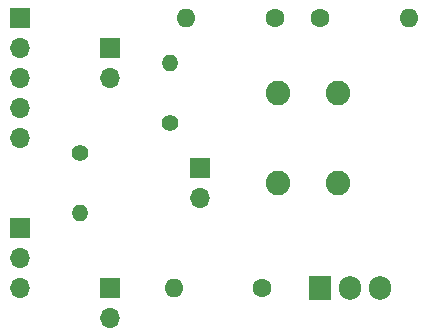
<source format=gbr>
%TF.GenerationSoftware,KiCad,Pcbnew,(6.0.4-0)*%
%TF.CreationDate,2022-05-15T14:18:18+03:00*%
%TF.ProjectId,Untitled,556e7469-746c-4656-942e-6b696361645f,rev?*%
%TF.SameCoordinates,Original*%
%TF.FileFunction,Soldermask,Bot*%
%TF.FilePolarity,Negative*%
%FSLAX46Y46*%
G04 Gerber Fmt 4.6, Leading zero omitted, Abs format (unit mm)*
G04 Created by KiCad (PCBNEW (6.0.4-0)) date 2022-05-15 14:18:18*
%MOMM*%
%LPD*%
G01*
G04 APERTURE LIST*
%ADD10C,1.600000*%
%ADD11O,1.600000X1.600000*%
%ADD12R,1.905000X2.000000*%
%ADD13O,1.905000X2.000000*%
%ADD14C,1.400000*%
%ADD15O,1.400000X1.400000*%
%ADD16R,1.700000X1.700000*%
%ADD17O,1.700000X1.700000*%
%ADD18C,2.082800*%
G04 APERTURE END LIST*
D10*
%TO.C,C1*%
X111930000Y-76200000D03*
D11*
X104430000Y-76200000D03*
%TD*%
D12*
%TO.C,Q1*%
X116840000Y-76200000D03*
D13*
X119380000Y-76200000D03*
X121920000Y-76200000D03*
%TD*%
D14*
%TO.C,R2*%
X104140000Y-62230000D03*
D15*
X104140000Y-57150000D03*
%TD*%
D14*
%TO.C,R1*%
X96520000Y-64770000D03*
D15*
X96520000Y-69850000D03*
%TD*%
D16*
%TO.C,J5*%
X99060000Y-55880000D03*
D17*
X99060000Y-58420000D03*
%TD*%
%TO.C,J4*%
X106680000Y-68580000D03*
D16*
X106680000Y-66040000D03*
%TD*%
%TO.C,J3*%
X99060000Y-76200000D03*
D17*
X99060000Y-78740000D03*
%TD*%
D16*
%TO.C,J2*%
X91440000Y-71120000D03*
D17*
X91440000Y-73660000D03*
X91440000Y-76200000D03*
%TD*%
D16*
%TO.C,J1*%
X91440000Y-53345000D03*
D17*
X91440000Y-55885000D03*
X91440000Y-58425000D03*
X91440000Y-60965000D03*
X91440000Y-63505000D03*
%TD*%
D18*
%TO.C,D2*%
X118340000Y-67310000D03*
X118340000Y-59690000D03*
%TD*%
%TO.C,D1*%
X113260000Y-67310000D03*
X113260000Y-59690000D03*
%TD*%
D11*
%TO.C,C3*%
X124340000Y-53340000D03*
D10*
X116840000Y-53340000D03*
%TD*%
D11*
%TO.C,C2*%
X105470000Y-53340000D03*
D10*
X112970000Y-53340000D03*
%TD*%
M02*

</source>
